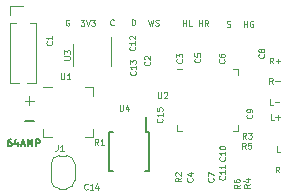
<source format=gbr>
G04 #@! TF.GenerationSoftware,KiCad,Pcbnew,(5.1.4)-1*
G04 #@! TF.CreationDate,2020-11-12T16:18:46-05:00*
G04 #@! TF.ProjectId,UniAmp,556e6941-6d70-42e6-9b69-6361645f7063,rev?*
G04 #@! TF.SameCoordinates,Original*
G04 #@! TF.FileFunction,Legend,Top*
G04 #@! TF.FilePolarity,Positive*
%FSLAX46Y46*%
G04 Gerber Fmt 4.6, Leading zero omitted, Abs format (unit mm)*
G04 Created by KiCad (PCBNEW (5.1.4)-1) date 2020-11-12 16:18:46*
%MOMM*%
%LPD*%
G04 APERTURE LIST*
%ADD10C,0.150000*%
%ADD11C,0.125000*%
%ADD12C,0.120000*%
G04 APERTURE END LIST*
D10*
X110418571Y-80881428D02*
X110304285Y-80881428D01*
X110247142Y-80910000D01*
X110218571Y-80938571D01*
X110161428Y-81024285D01*
X110132857Y-81138571D01*
X110132857Y-81367142D01*
X110161428Y-81424285D01*
X110190000Y-81452857D01*
X110247142Y-81481428D01*
X110361428Y-81481428D01*
X110418571Y-81452857D01*
X110447142Y-81424285D01*
X110475714Y-81367142D01*
X110475714Y-81224285D01*
X110447142Y-81167142D01*
X110418571Y-81138571D01*
X110361428Y-81110000D01*
X110247142Y-81110000D01*
X110190000Y-81138571D01*
X110161428Y-81167142D01*
X110132857Y-81224285D01*
X110990000Y-81081428D02*
X110990000Y-81481428D01*
X110847142Y-80852857D02*
X110704285Y-81281428D01*
X111075714Y-81281428D01*
X111275714Y-81310000D02*
X111561428Y-81310000D01*
X111218571Y-81481428D02*
X111418571Y-80881428D01*
X111618571Y-81481428D01*
X111818571Y-81481428D02*
X111818571Y-80881428D01*
X112018571Y-81310000D01*
X112218571Y-80881428D01*
X112218571Y-81481428D01*
X112504285Y-81481428D02*
X112504285Y-80881428D01*
X112732857Y-80881428D01*
X112790000Y-80910000D01*
X112818571Y-80938571D01*
X112847142Y-80995714D01*
X112847142Y-81081428D01*
X112818571Y-81138571D01*
X112790000Y-81167142D01*
X112732857Y-81195714D01*
X112504285Y-81195714D01*
D11*
X132635238Y-79216190D02*
X132397142Y-79216190D01*
X132397142Y-78716190D01*
X132801904Y-79025714D02*
X133182857Y-79025714D01*
X132992380Y-79216190D02*
X132992380Y-78835238D01*
X132585238Y-77946190D02*
X132347142Y-77946190D01*
X132347142Y-77446190D01*
X132751904Y-77755714D02*
X133132857Y-77755714D01*
X132565238Y-76176190D02*
X132398571Y-75938095D01*
X132279523Y-76176190D02*
X132279523Y-75676190D01*
X132470000Y-75676190D01*
X132517619Y-75700000D01*
X132541428Y-75723809D01*
X132565238Y-75771428D01*
X132565238Y-75842857D01*
X132541428Y-75890476D01*
X132517619Y-75914285D01*
X132470000Y-75938095D01*
X132279523Y-75938095D01*
X132779523Y-75985714D02*
X133160476Y-75985714D01*
X132615238Y-74466190D02*
X132448571Y-74228095D01*
X132329523Y-74466190D02*
X132329523Y-73966190D01*
X132520000Y-73966190D01*
X132567619Y-73990000D01*
X132591428Y-74013809D01*
X132615238Y-74061428D01*
X132615238Y-74132857D01*
X132591428Y-74180476D01*
X132567619Y-74204285D01*
X132520000Y-74228095D01*
X132329523Y-74228095D01*
X132829523Y-74275714D02*
X133210476Y-74275714D01*
X133020000Y-74466190D02*
X133020000Y-74085238D01*
X133124761Y-83696190D02*
X132958095Y-83458095D01*
X132839047Y-83696190D02*
X132839047Y-83196190D01*
X133029523Y-83196190D01*
X133077142Y-83220000D01*
X133100952Y-83243809D01*
X133124761Y-83291428D01*
X133124761Y-83362857D01*
X133100952Y-83410476D01*
X133077142Y-83434285D01*
X133029523Y-83458095D01*
X132839047Y-83458095D01*
X133144761Y-81976190D02*
X132906666Y-81976190D01*
X132906666Y-81476190D01*
X130107142Y-71376190D02*
X130107142Y-70876190D01*
X130107142Y-71114285D02*
X130392857Y-71114285D01*
X130392857Y-71376190D02*
X130392857Y-70876190D01*
X130892857Y-70900000D02*
X130845238Y-70876190D01*
X130773809Y-70876190D01*
X130702380Y-70900000D01*
X130654761Y-70947619D01*
X130630952Y-70995238D01*
X130607142Y-71090476D01*
X130607142Y-71161904D01*
X130630952Y-71257142D01*
X130654761Y-71304761D01*
X130702380Y-71352380D01*
X130773809Y-71376190D01*
X130821428Y-71376190D01*
X130892857Y-71352380D01*
X130916666Y-71328571D01*
X130916666Y-71161904D01*
X130821428Y-71161904D01*
X128687142Y-71342380D02*
X128758571Y-71366190D01*
X128877619Y-71366190D01*
X128925238Y-71342380D01*
X128949047Y-71318571D01*
X128972857Y-71270952D01*
X128972857Y-71223333D01*
X128949047Y-71175714D01*
X128925238Y-71151904D01*
X128877619Y-71128095D01*
X128782380Y-71104285D01*
X128734761Y-71080476D01*
X128710952Y-71056666D01*
X128687142Y-71009047D01*
X128687142Y-70961428D01*
X128710952Y-70913809D01*
X128734761Y-70890000D01*
X128782380Y-70866190D01*
X128901428Y-70866190D01*
X128972857Y-70890000D01*
X126307142Y-71316190D02*
X126307142Y-70816190D01*
X126307142Y-71054285D02*
X126592857Y-71054285D01*
X126592857Y-71316190D02*
X126592857Y-70816190D01*
X127116666Y-71316190D02*
X126950000Y-71078095D01*
X126830952Y-71316190D02*
X126830952Y-70816190D01*
X127021428Y-70816190D01*
X127069047Y-70840000D01*
X127092857Y-70863809D01*
X127116666Y-70911428D01*
X127116666Y-70982857D01*
X127092857Y-71030476D01*
X127069047Y-71054285D01*
X127021428Y-71078095D01*
X126830952Y-71078095D01*
X124954761Y-71306190D02*
X124954761Y-70806190D01*
X124954761Y-71044285D02*
X125240476Y-71044285D01*
X125240476Y-71306190D02*
X125240476Y-70806190D01*
X125716666Y-71306190D02*
X125478571Y-71306190D01*
X125478571Y-70806190D01*
X119104761Y-71188571D02*
X119080952Y-71212380D01*
X119009523Y-71236190D01*
X118961904Y-71236190D01*
X118890476Y-71212380D01*
X118842857Y-71164761D01*
X118819047Y-71117142D01*
X118795238Y-71021904D01*
X118795238Y-70950476D01*
X118819047Y-70855238D01*
X118842857Y-70807619D01*
X118890476Y-70760000D01*
X118961904Y-70736190D01*
X119009523Y-70736190D01*
X119080952Y-70760000D01*
X119104761Y-70783809D01*
X120639047Y-71236190D02*
X120639047Y-70736190D01*
X120758095Y-70736190D01*
X120829523Y-70760000D01*
X120877142Y-70807619D01*
X120900952Y-70855238D01*
X120924761Y-70950476D01*
X120924761Y-71021904D01*
X120900952Y-71117142D01*
X120877142Y-71164761D01*
X120829523Y-71212380D01*
X120758095Y-71236190D01*
X120639047Y-71236190D01*
X122037619Y-70766190D02*
X122156666Y-71266190D01*
X122251904Y-70909047D01*
X122347142Y-71266190D01*
X122466190Y-70766190D01*
X122632857Y-71242380D02*
X122704285Y-71266190D01*
X122823333Y-71266190D01*
X122870952Y-71242380D01*
X122894761Y-71218571D01*
X122918571Y-71170952D01*
X122918571Y-71123333D01*
X122894761Y-71075714D01*
X122870952Y-71051904D01*
X122823333Y-71028095D01*
X122728095Y-71004285D01*
X122680476Y-70980476D01*
X122656666Y-70956666D01*
X122632857Y-70909047D01*
X122632857Y-70861428D01*
X122656666Y-70813809D01*
X122680476Y-70790000D01*
X122728095Y-70766190D01*
X122847142Y-70766190D01*
X122918571Y-70790000D01*
X116310952Y-70796190D02*
X116620476Y-70796190D01*
X116453809Y-70986666D01*
X116525238Y-70986666D01*
X116572857Y-71010476D01*
X116596666Y-71034285D01*
X116620476Y-71081904D01*
X116620476Y-71200952D01*
X116596666Y-71248571D01*
X116572857Y-71272380D01*
X116525238Y-71296190D01*
X116382380Y-71296190D01*
X116334761Y-71272380D01*
X116310952Y-71248571D01*
X116763333Y-70796190D02*
X116930000Y-71296190D01*
X117096666Y-70796190D01*
X117215714Y-70796190D02*
X117525238Y-70796190D01*
X117358571Y-70986666D01*
X117430000Y-70986666D01*
X117477619Y-71010476D01*
X117501428Y-71034285D01*
X117525238Y-71081904D01*
X117525238Y-71200952D01*
X117501428Y-71248571D01*
X117477619Y-71272380D01*
X117430000Y-71296190D01*
X117287142Y-71296190D01*
X117239523Y-71272380D01*
X117215714Y-71248571D01*
X115330952Y-70780000D02*
X115283333Y-70756190D01*
X115211904Y-70756190D01*
X115140476Y-70780000D01*
X115092857Y-70827619D01*
X115069047Y-70875238D01*
X115045238Y-70970476D01*
X115045238Y-71041904D01*
X115069047Y-71137142D01*
X115092857Y-71184761D01*
X115140476Y-71232380D01*
X115211904Y-71256190D01*
X115259523Y-71256190D01*
X115330952Y-71232380D01*
X115354761Y-71208571D01*
X115354761Y-71041904D01*
X115259523Y-71041904D01*
D10*
X111589047Y-79311428D02*
X112350952Y-79311428D01*
D11*
X111961428Y-78000952D02*
X111961428Y-77239047D01*
X112342380Y-77620000D02*
X111580476Y-77620000D01*
D12*
X115800000Y-84360000D02*
G75*
G02X115100000Y-85060000I-700000J0D01*
G01*
X114500000Y-85060000D02*
G75*
G02X113800000Y-84360000I0J700000D01*
G01*
X113800000Y-82960000D02*
G75*
G02X114500000Y-82260000I700000J0D01*
G01*
X115100000Y-82260000D02*
G75*
G02X115800000Y-82960000I0J-700000D01*
G01*
X114500000Y-82260000D02*
X115100000Y-82260000D01*
X113800000Y-84360000D02*
X113800000Y-82960000D01*
X115100000Y-85060000D02*
X114500000Y-85060000D01*
X115800000Y-82960000D02*
X115800000Y-84360000D01*
X110320000Y-76095000D02*
X111122470Y-76095000D01*
X111737530Y-76095000D02*
X112540000Y-76095000D01*
X110320000Y-71080000D02*
X110320000Y-76095000D01*
X112540000Y-71080000D02*
X112540000Y-76095000D01*
X110320000Y-71080000D02*
X110866529Y-71080000D01*
X111993471Y-71080000D02*
X112540000Y-71080000D01*
X110320000Y-70320000D02*
X110320000Y-69560000D01*
X110320000Y-69560000D02*
X111430000Y-69560000D01*
X116635000Y-76480000D02*
X117360000Y-76480000D01*
X117360000Y-76480000D02*
X117360000Y-77205000D01*
X113865000Y-80700000D02*
X113140000Y-80700000D01*
X113140000Y-80700000D02*
X113140000Y-79975000D01*
X116635000Y-80700000D02*
X117360000Y-80700000D01*
X117360000Y-80700000D02*
X117360000Y-79975000D01*
X113865000Y-76480000D02*
X113140000Y-76480000D01*
X129185000Y-74940000D02*
X129660000Y-74940000D01*
X129660000Y-74940000D02*
X129660000Y-75415000D01*
X124915000Y-80160000D02*
X124440000Y-80160000D01*
X124440000Y-80160000D02*
X124440000Y-79685000D01*
X129185000Y-80160000D02*
X129660000Y-80160000D01*
X129660000Y-80160000D02*
X129660000Y-79685000D01*
X124915000Y-74940000D02*
X124440000Y-74940000D01*
X115690000Y-72850000D02*
X115690000Y-74650000D01*
X118910000Y-74650000D02*
X118910000Y-72200000D01*
D10*
X122075000Y-80235000D02*
X121850000Y-80235000D01*
X122075000Y-83585000D02*
X121775000Y-83585000D01*
X118725000Y-83585000D02*
X119025000Y-83585000D01*
X118725000Y-80235000D02*
X119025000Y-80235000D01*
X122075000Y-80235000D02*
X122075000Y-83585000D01*
X118725000Y-80235000D02*
X118725000Y-83585000D01*
X121850000Y-80235000D02*
X121850000Y-79010000D01*
D11*
X113848571Y-72603333D02*
X113872380Y-72627142D01*
X113896190Y-72698571D01*
X113896190Y-72746190D01*
X113872380Y-72817619D01*
X113824761Y-72865238D01*
X113777142Y-72889047D01*
X113681904Y-72912857D01*
X113610476Y-72912857D01*
X113515238Y-72889047D01*
X113467619Y-72865238D01*
X113420000Y-72817619D01*
X113396190Y-72746190D01*
X113396190Y-72698571D01*
X113420000Y-72627142D01*
X113443809Y-72603333D01*
X113896190Y-72127142D02*
X113896190Y-72412857D01*
X113896190Y-72270000D02*
X113396190Y-72270000D01*
X113467619Y-72317619D01*
X113515238Y-72365238D01*
X113539047Y-72412857D01*
X122138571Y-74313333D02*
X122162380Y-74337142D01*
X122186190Y-74408571D01*
X122186190Y-74456190D01*
X122162380Y-74527619D01*
X122114761Y-74575238D01*
X122067142Y-74599047D01*
X121971904Y-74622857D01*
X121900476Y-74622857D01*
X121805238Y-74599047D01*
X121757619Y-74575238D01*
X121710000Y-74527619D01*
X121686190Y-74456190D01*
X121686190Y-74408571D01*
X121710000Y-74337142D01*
X121733809Y-74313333D01*
X121733809Y-74122857D02*
X121710000Y-74099047D01*
X121686190Y-74051428D01*
X121686190Y-73932380D01*
X121710000Y-73884761D01*
X121733809Y-73860952D01*
X121781428Y-73837142D01*
X121829047Y-73837142D01*
X121900476Y-73860952D01*
X122186190Y-74146666D01*
X122186190Y-73837142D01*
X124868571Y-74103333D02*
X124892380Y-74127142D01*
X124916190Y-74198571D01*
X124916190Y-74246190D01*
X124892380Y-74317619D01*
X124844761Y-74365238D01*
X124797142Y-74389047D01*
X124701904Y-74412857D01*
X124630476Y-74412857D01*
X124535238Y-74389047D01*
X124487619Y-74365238D01*
X124440000Y-74317619D01*
X124416190Y-74246190D01*
X124416190Y-74198571D01*
X124440000Y-74127142D01*
X124463809Y-74103333D01*
X124416190Y-73936666D02*
X124416190Y-73627142D01*
X124606666Y-73793809D01*
X124606666Y-73722380D01*
X124630476Y-73674761D01*
X124654285Y-73650952D01*
X124701904Y-73627142D01*
X124820952Y-73627142D01*
X124868571Y-73650952D01*
X124892380Y-73674761D01*
X124916190Y-73722380D01*
X124916190Y-73865238D01*
X124892380Y-73912857D01*
X124868571Y-73936666D01*
X125748571Y-84173333D02*
X125772380Y-84197142D01*
X125796190Y-84268571D01*
X125796190Y-84316190D01*
X125772380Y-84387619D01*
X125724761Y-84435238D01*
X125677142Y-84459047D01*
X125581904Y-84482857D01*
X125510476Y-84482857D01*
X125415238Y-84459047D01*
X125367619Y-84435238D01*
X125320000Y-84387619D01*
X125296190Y-84316190D01*
X125296190Y-84268571D01*
X125320000Y-84197142D01*
X125343809Y-84173333D01*
X125462857Y-83744761D02*
X125796190Y-83744761D01*
X125272380Y-83863809D02*
X125629523Y-83982857D01*
X125629523Y-83673333D01*
X126378571Y-74073333D02*
X126402380Y-74097142D01*
X126426190Y-74168571D01*
X126426190Y-74216190D01*
X126402380Y-74287619D01*
X126354761Y-74335238D01*
X126307142Y-74359047D01*
X126211904Y-74382857D01*
X126140476Y-74382857D01*
X126045238Y-74359047D01*
X125997619Y-74335238D01*
X125950000Y-74287619D01*
X125926190Y-74216190D01*
X125926190Y-74168571D01*
X125950000Y-74097142D01*
X125973809Y-74073333D01*
X125926190Y-73620952D02*
X125926190Y-73859047D01*
X126164285Y-73882857D01*
X126140476Y-73859047D01*
X126116666Y-73811428D01*
X126116666Y-73692380D01*
X126140476Y-73644761D01*
X126164285Y-73620952D01*
X126211904Y-73597142D01*
X126330952Y-73597142D01*
X126378571Y-73620952D01*
X126402380Y-73644761D01*
X126426190Y-73692380D01*
X126426190Y-73811428D01*
X126402380Y-73859047D01*
X126378571Y-73882857D01*
X128448571Y-74123333D02*
X128472380Y-74147142D01*
X128496190Y-74218571D01*
X128496190Y-74266190D01*
X128472380Y-74337619D01*
X128424761Y-74385238D01*
X128377142Y-74409047D01*
X128281904Y-74432857D01*
X128210476Y-74432857D01*
X128115238Y-74409047D01*
X128067619Y-74385238D01*
X128020000Y-74337619D01*
X127996190Y-74266190D01*
X127996190Y-74218571D01*
X128020000Y-74147142D01*
X128043809Y-74123333D01*
X127996190Y-73694761D02*
X127996190Y-73790000D01*
X128020000Y-73837619D01*
X128043809Y-73861428D01*
X128115238Y-73909047D01*
X128210476Y-73932857D01*
X128400952Y-73932857D01*
X128448571Y-73909047D01*
X128472380Y-73885238D01*
X128496190Y-73837619D01*
X128496190Y-73742380D01*
X128472380Y-73694761D01*
X128448571Y-73670952D01*
X128400952Y-73647142D01*
X128281904Y-73647142D01*
X128234285Y-73670952D01*
X128210476Y-73694761D01*
X128186666Y-73742380D01*
X128186666Y-73837619D01*
X128210476Y-73885238D01*
X128234285Y-73909047D01*
X128281904Y-73932857D01*
X127518571Y-84183333D02*
X127542380Y-84207142D01*
X127566190Y-84278571D01*
X127566190Y-84326190D01*
X127542380Y-84397619D01*
X127494761Y-84445238D01*
X127447142Y-84469047D01*
X127351904Y-84492857D01*
X127280476Y-84492857D01*
X127185238Y-84469047D01*
X127137619Y-84445238D01*
X127090000Y-84397619D01*
X127066190Y-84326190D01*
X127066190Y-84278571D01*
X127090000Y-84207142D01*
X127113809Y-84183333D01*
X127066190Y-84016666D02*
X127066190Y-83683333D01*
X127566190Y-83897619D01*
X131798571Y-73683333D02*
X131822380Y-73707142D01*
X131846190Y-73778571D01*
X131846190Y-73826190D01*
X131822380Y-73897619D01*
X131774761Y-73945238D01*
X131727142Y-73969047D01*
X131631904Y-73992857D01*
X131560476Y-73992857D01*
X131465238Y-73969047D01*
X131417619Y-73945238D01*
X131370000Y-73897619D01*
X131346190Y-73826190D01*
X131346190Y-73778571D01*
X131370000Y-73707142D01*
X131393809Y-73683333D01*
X131560476Y-73397619D02*
X131536666Y-73445238D01*
X131512857Y-73469047D01*
X131465238Y-73492857D01*
X131441428Y-73492857D01*
X131393809Y-73469047D01*
X131370000Y-73445238D01*
X131346190Y-73397619D01*
X131346190Y-73302380D01*
X131370000Y-73254761D01*
X131393809Y-73230952D01*
X131441428Y-73207142D01*
X131465238Y-73207142D01*
X131512857Y-73230952D01*
X131536666Y-73254761D01*
X131560476Y-73302380D01*
X131560476Y-73397619D01*
X131584285Y-73445238D01*
X131608095Y-73469047D01*
X131655714Y-73492857D01*
X131750952Y-73492857D01*
X131798571Y-73469047D01*
X131822380Y-73445238D01*
X131846190Y-73397619D01*
X131846190Y-73302380D01*
X131822380Y-73254761D01*
X131798571Y-73230952D01*
X131750952Y-73207142D01*
X131655714Y-73207142D01*
X131608095Y-73230952D01*
X131584285Y-73254761D01*
X131560476Y-73302380D01*
X130778571Y-78793333D02*
X130802380Y-78817142D01*
X130826190Y-78888571D01*
X130826190Y-78936190D01*
X130802380Y-79007619D01*
X130754761Y-79055238D01*
X130707142Y-79079047D01*
X130611904Y-79102857D01*
X130540476Y-79102857D01*
X130445238Y-79079047D01*
X130397619Y-79055238D01*
X130350000Y-79007619D01*
X130326190Y-78936190D01*
X130326190Y-78888571D01*
X130350000Y-78817142D01*
X130373809Y-78793333D01*
X130826190Y-78555238D02*
X130826190Y-78460000D01*
X130802380Y-78412380D01*
X130778571Y-78388571D01*
X130707142Y-78340952D01*
X130611904Y-78317142D01*
X130421428Y-78317142D01*
X130373809Y-78340952D01*
X130350000Y-78364761D01*
X130326190Y-78412380D01*
X130326190Y-78507619D01*
X130350000Y-78555238D01*
X130373809Y-78579047D01*
X130421428Y-78602857D01*
X130540476Y-78602857D01*
X130588095Y-78579047D01*
X130611904Y-78555238D01*
X130635714Y-78507619D01*
X130635714Y-78412380D01*
X130611904Y-78364761D01*
X130588095Y-78340952D01*
X130540476Y-78317142D01*
X128498571Y-82401428D02*
X128522380Y-82425238D01*
X128546190Y-82496666D01*
X128546190Y-82544285D01*
X128522380Y-82615714D01*
X128474761Y-82663333D01*
X128427142Y-82687142D01*
X128331904Y-82710952D01*
X128260476Y-82710952D01*
X128165238Y-82687142D01*
X128117619Y-82663333D01*
X128070000Y-82615714D01*
X128046190Y-82544285D01*
X128046190Y-82496666D01*
X128070000Y-82425238D01*
X128093809Y-82401428D01*
X128546190Y-81925238D02*
X128546190Y-82210952D01*
X128546190Y-82068095D02*
X128046190Y-82068095D01*
X128117619Y-82115714D01*
X128165238Y-82163333D01*
X128189047Y-82210952D01*
X128046190Y-81615714D02*
X128046190Y-81568095D01*
X128070000Y-81520476D01*
X128093809Y-81496666D01*
X128141428Y-81472857D01*
X128236666Y-81449047D01*
X128355714Y-81449047D01*
X128450952Y-81472857D01*
X128498571Y-81496666D01*
X128522380Y-81520476D01*
X128546190Y-81568095D01*
X128546190Y-81615714D01*
X128522380Y-81663333D01*
X128498571Y-81687142D01*
X128450952Y-81710952D01*
X128355714Y-81734761D01*
X128236666Y-81734761D01*
X128141428Y-81710952D01*
X128093809Y-81687142D01*
X128070000Y-81663333D01*
X128046190Y-81615714D01*
X128488571Y-84001428D02*
X128512380Y-84025238D01*
X128536190Y-84096666D01*
X128536190Y-84144285D01*
X128512380Y-84215714D01*
X128464761Y-84263333D01*
X128417142Y-84287142D01*
X128321904Y-84310952D01*
X128250476Y-84310952D01*
X128155238Y-84287142D01*
X128107619Y-84263333D01*
X128060000Y-84215714D01*
X128036190Y-84144285D01*
X128036190Y-84096666D01*
X128060000Y-84025238D01*
X128083809Y-84001428D01*
X128536190Y-83525238D02*
X128536190Y-83810952D01*
X128536190Y-83668095D02*
X128036190Y-83668095D01*
X128107619Y-83715714D01*
X128155238Y-83763333D01*
X128179047Y-83810952D01*
X128536190Y-83049047D02*
X128536190Y-83334761D01*
X128536190Y-83191904D02*
X128036190Y-83191904D01*
X128107619Y-83239523D01*
X128155238Y-83287142D01*
X128179047Y-83334761D01*
X120878571Y-73056428D02*
X120902380Y-73080238D01*
X120926190Y-73151666D01*
X120926190Y-73199285D01*
X120902380Y-73270714D01*
X120854761Y-73318333D01*
X120807142Y-73342142D01*
X120711904Y-73365952D01*
X120640476Y-73365952D01*
X120545238Y-73342142D01*
X120497619Y-73318333D01*
X120450000Y-73270714D01*
X120426190Y-73199285D01*
X120426190Y-73151666D01*
X120450000Y-73080238D01*
X120473809Y-73056428D01*
X120926190Y-72580238D02*
X120926190Y-72865952D01*
X120926190Y-72723095D02*
X120426190Y-72723095D01*
X120497619Y-72770714D01*
X120545238Y-72818333D01*
X120569047Y-72865952D01*
X120473809Y-72389761D02*
X120450000Y-72365952D01*
X120426190Y-72318333D01*
X120426190Y-72199285D01*
X120450000Y-72151666D01*
X120473809Y-72127857D01*
X120521428Y-72104047D01*
X120569047Y-72104047D01*
X120640476Y-72127857D01*
X120926190Y-72413571D01*
X120926190Y-72104047D01*
X120938571Y-75131428D02*
X120962380Y-75155238D01*
X120986190Y-75226666D01*
X120986190Y-75274285D01*
X120962380Y-75345714D01*
X120914761Y-75393333D01*
X120867142Y-75417142D01*
X120771904Y-75440952D01*
X120700476Y-75440952D01*
X120605238Y-75417142D01*
X120557619Y-75393333D01*
X120510000Y-75345714D01*
X120486190Y-75274285D01*
X120486190Y-75226666D01*
X120510000Y-75155238D01*
X120533809Y-75131428D01*
X120986190Y-74655238D02*
X120986190Y-74940952D01*
X120986190Y-74798095D02*
X120486190Y-74798095D01*
X120557619Y-74845714D01*
X120605238Y-74893333D01*
X120629047Y-74940952D01*
X120486190Y-74488571D02*
X120486190Y-74179047D01*
X120676666Y-74345714D01*
X120676666Y-74274285D01*
X120700476Y-74226666D01*
X120724285Y-74202857D01*
X120771904Y-74179047D01*
X120890952Y-74179047D01*
X120938571Y-74202857D01*
X120962380Y-74226666D01*
X120986190Y-74274285D01*
X120986190Y-74417142D01*
X120962380Y-74464761D01*
X120938571Y-74488571D01*
X116893571Y-85098571D02*
X116869761Y-85122380D01*
X116798333Y-85146190D01*
X116750714Y-85146190D01*
X116679285Y-85122380D01*
X116631666Y-85074761D01*
X116607857Y-85027142D01*
X116584047Y-84931904D01*
X116584047Y-84860476D01*
X116607857Y-84765238D01*
X116631666Y-84717619D01*
X116679285Y-84670000D01*
X116750714Y-84646190D01*
X116798333Y-84646190D01*
X116869761Y-84670000D01*
X116893571Y-84693809D01*
X117369761Y-85146190D02*
X117084047Y-85146190D01*
X117226904Y-85146190D02*
X117226904Y-84646190D01*
X117179285Y-84717619D01*
X117131666Y-84765238D01*
X117084047Y-84789047D01*
X117798333Y-84812857D02*
X117798333Y-85146190D01*
X117679285Y-84622380D02*
X117560238Y-84979523D01*
X117869761Y-84979523D01*
X123188571Y-79141428D02*
X123212380Y-79165238D01*
X123236190Y-79236666D01*
X123236190Y-79284285D01*
X123212380Y-79355714D01*
X123164761Y-79403333D01*
X123117142Y-79427142D01*
X123021904Y-79450952D01*
X122950476Y-79450952D01*
X122855238Y-79427142D01*
X122807619Y-79403333D01*
X122760000Y-79355714D01*
X122736190Y-79284285D01*
X122736190Y-79236666D01*
X122760000Y-79165238D01*
X122783809Y-79141428D01*
X123236190Y-78665238D02*
X123236190Y-78950952D01*
X123236190Y-78808095D02*
X122736190Y-78808095D01*
X122807619Y-78855714D01*
X122855238Y-78903333D01*
X122879047Y-78950952D01*
X122736190Y-78212857D02*
X122736190Y-78450952D01*
X122974285Y-78474761D01*
X122950476Y-78450952D01*
X122926666Y-78403333D01*
X122926666Y-78284285D01*
X122950476Y-78236666D01*
X122974285Y-78212857D01*
X123021904Y-78189047D01*
X123140952Y-78189047D01*
X123188571Y-78212857D01*
X123212380Y-78236666D01*
X123236190Y-78284285D01*
X123236190Y-78403333D01*
X123212380Y-78450952D01*
X123188571Y-78474761D01*
X114363333Y-81356190D02*
X114363333Y-81713333D01*
X114339523Y-81784761D01*
X114291904Y-81832380D01*
X114220476Y-81856190D01*
X114172857Y-81856190D01*
X114863333Y-81856190D02*
X114577619Y-81856190D01*
X114720476Y-81856190D02*
X114720476Y-81356190D01*
X114672857Y-81427619D01*
X114625238Y-81475238D01*
X114577619Y-81499047D01*
X117806666Y-81356190D02*
X117640000Y-81118095D01*
X117520952Y-81356190D02*
X117520952Y-80856190D01*
X117711428Y-80856190D01*
X117759047Y-80880000D01*
X117782857Y-80903809D01*
X117806666Y-80951428D01*
X117806666Y-81022857D01*
X117782857Y-81070476D01*
X117759047Y-81094285D01*
X117711428Y-81118095D01*
X117520952Y-81118095D01*
X118282857Y-81356190D02*
X117997142Y-81356190D01*
X118140000Y-81356190D02*
X118140000Y-80856190D01*
X118092380Y-80927619D01*
X118044761Y-80975238D01*
X117997142Y-80999047D01*
X124806190Y-84163333D02*
X124568095Y-84330000D01*
X124806190Y-84449047D02*
X124306190Y-84449047D01*
X124306190Y-84258571D01*
X124330000Y-84210952D01*
X124353809Y-84187142D01*
X124401428Y-84163333D01*
X124472857Y-84163333D01*
X124520476Y-84187142D01*
X124544285Y-84210952D01*
X124568095Y-84258571D01*
X124568095Y-84449047D01*
X124353809Y-83972857D02*
X124330000Y-83949047D01*
X124306190Y-83901428D01*
X124306190Y-83782380D01*
X124330000Y-83734761D01*
X124353809Y-83710952D01*
X124401428Y-83687142D01*
X124449047Y-83687142D01*
X124520476Y-83710952D01*
X124806190Y-83996666D01*
X124806190Y-83687142D01*
X130306666Y-80826190D02*
X130140000Y-80588095D01*
X130020952Y-80826190D02*
X130020952Y-80326190D01*
X130211428Y-80326190D01*
X130259047Y-80350000D01*
X130282857Y-80373809D01*
X130306666Y-80421428D01*
X130306666Y-80492857D01*
X130282857Y-80540476D01*
X130259047Y-80564285D01*
X130211428Y-80588095D01*
X130020952Y-80588095D01*
X130473333Y-80326190D02*
X130782857Y-80326190D01*
X130616190Y-80516666D01*
X130687619Y-80516666D01*
X130735238Y-80540476D01*
X130759047Y-80564285D01*
X130782857Y-80611904D01*
X130782857Y-80730952D01*
X130759047Y-80778571D01*
X130735238Y-80802380D01*
X130687619Y-80826190D01*
X130544761Y-80826190D01*
X130497142Y-80802380D01*
X130473333Y-80778571D01*
X130616190Y-84693333D02*
X130378095Y-84860000D01*
X130616190Y-84979047D02*
X130116190Y-84979047D01*
X130116190Y-84788571D01*
X130140000Y-84740952D01*
X130163809Y-84717142D01*
X130211428Y-84693333D01*
X130282857Y-84693333D01*
X130330476Y-84717142D01*
X130354285Y-84740952D01*
X130378095Y-84788571D01*
X130378095Y-84979047D01*
X130282857Y-84264761D02*
X130616190Y-84264761D01*
X130092380Y-84383809D02*
X130449523Y-84502857D01*
X130449523Y-84193333D01*
X130276666Y-81686190D02*
X130110000Y-81448095D01*
X129990952Y-81686190D02*
X129990952Y-81186190D01*
X130181428Y-81186190D01*
X130229047Y-81210000D01*
X130252857Y-81233809D01*
X130276666Y-81281428D01*
X130276666Y-81352857D01*
X130252857Y-81400476D01*
X130229047Y-81424285D01*
X130181428Y-81448095D01*
X129990952Y-81448095D01*
X130729047Y-81186190D02*
X130490952Y-81186190D01*
X130467142Y-81424285D01*
X130490952Y-81400476D01*
X130538571Y-81376666D01*
X130657619Y-81376666D01*
X130705238Y-81400476D01*
X130729047Y-81424285D01*
X130752857Y-81471904D01*
X130752857Y-81590952D01*
X130729047Y-81638571D01*
X130705238Y-81662380D01*
X130657619Y-81686190D01*
X130538571Y-81686190D01*
X130490952Y-81662380D01*
X130467142Y-81638571D01*
X129776190Y-84723333D02*
X129538095Y-84890000D01*
X129776190Y-85009047D02*
X129276190Y-85009047D01*
X129276190Y-84818571D01*
X129300000Y-84770952D01*
X129323809Y-84747142D01*
X129371428Y-84723333D01*
X129442857Y-84723333D01*
X129490476Y-84747142D01*
X129514285Y-84770952D01*
X129538095Y-84818571D01*
X129538095Y-85009047D01*
X129276190Y-84294761D02*
X129276190Y-84390000D01*
X129300000Y-84437619D01*
X129323809Y-84461428D01*
X129395238Y-84509047D01*
X129490476Y-84532857D01*
X129680952Y-84532857D01*
X129728571Y-84509047D01*
X129752380Y-84485238D01*
X129776190Y-84437619D01*
X129776190Y-84342380D01*
X129752380Y-84294761D01*
X129728571Y-84270952D01*
X129680952Y-84247142D01*
X129561904Y-84247142D01*
X129514285Y-84270952D01*
X129490476Y-84294761D01*
X129466666Y-84342380D01*
X129466666Y-84437619D01*
X129490476Y-84485238D01*
X129514285Y-84509047D01*
X129561904Y-84532857D01*
X114649047Y-75296190D02*
X114649047Y-75700952D01*
X114672857Y-75748571D01*
X114696666Y-75772380D01*
X114744285Y-75796190D01*
X114839523Y-75796190D01*
X114887142Y-75772380D01*
X114910952Y-75748571D01*
X114934761Y-75700952D01*
X114934761Y-75296190D01*
X115434761Y-75796190D02*
X115149047Y-75796190D01*
X115291904Y-75796190D02*
X115291904Y-75296190D01*
X115244285Y-75367619D01*
X115196666Y-75415238D01*
X115149047Y-75439047D01*
X122859047Y-76896190D02*
X122859047Y-77300952D01*
X122882857Y-77348571D01*
X122906666Y-77372380D01*
X122954285Y-77396190D01*
X123049523Y-77396190D01*
X123097142Y-77372380D01*
X123120952Y-77348571D01*
X123144761Y-77300952D01*
X123144761Y-76896190D01*
X123359047Y-76943809D02*
X123382857Y-76920000D01*
X123430476Y-76896190D01*
X123549523Y-76896190D01*
X123597142Y-76920000D01*
X123620952Y-76943809D01*
X123644761Y-76991428D01*
X123644761Y-77039047D01*
X123620952Y-77110476D01*
X123335238Y-77396190D01*
X123644761Y-77396190D01*
X114936190Y-74140952D02*
X115340952Y-74140952D01*
X115388571Y-74117142D01*
X115412380Y-74093333D01*
X115436190Y-74045714D01*
X115436190Y-73950476D01*
X115412380Y-73902857D01*
X115388571Y-73879047D01*
X115340952Y-73855238D01*
X114936190Y-73855238D01*
X114936190Y-73664761D02*
X114936190Y-73355238D01*
X115126666Y-73521904D01*
X115126666Y-73450476D01*
X115150476Y-73402857D01*
X115174285Y-73379047D01*
X115221904Y-73355238D01*
X115340952Y-73355238D01*
X115388571Y-73379047D01*
X115412380Y-73402857D01*
X115436190Y-73450476D01*
X115436190Y-73593333D01*
X115412380Y-73640952D01*
X115388571Y-73664761D01*
X119609047Y-77986190D02*
X119609047Y-78390952D01*
X119632857Y-78438571D01*
X119656666Y-78462380D01*
X119704285Y-78486190D01*
X119799523Y-78486190D01*
X119847142Y-78462380D01*
X119870952Y-78438571D01*
X119894761Y-78390952D01*
X119894761Y-77986190D01*
X120347142Y-78152857D02*
X120347142Y-78486190D01*
X120228095Y-77962380D02*
X120109047Y-78319523D01*
X120418571Y-78319523D01*
M02*

</source>
